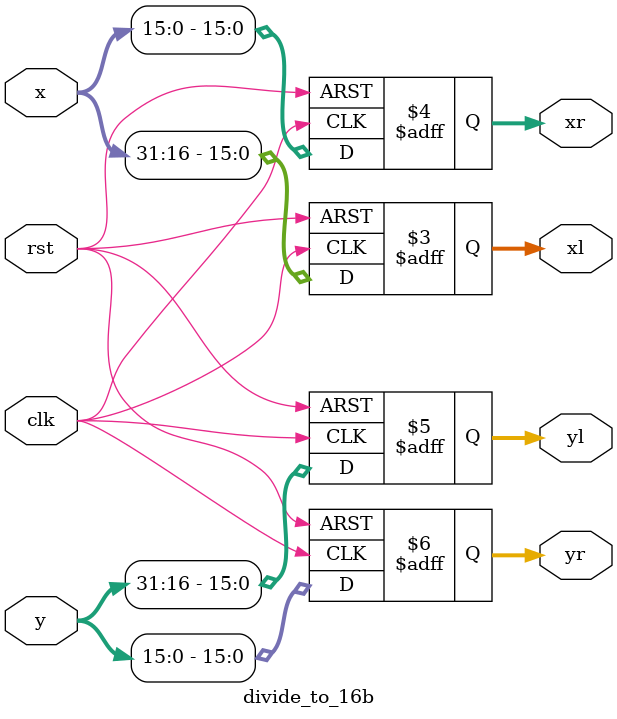
<source format=v>
`timescale 1ns / 1ps


module divide_to_16b(
                    input clk,
                    input rst,
                    input [31:0]x,
                    input [31:0]y,
                    output reg[15:0] xl,
                    output reg[15:0] xr,
                    output reg[15:0] yl,
                    output reg[15:0] yr
    );

        always@(posedge clk or negedge rst)begin
                if(!rst) begin
                    xl <= 0;
                    xr <= 0;
                    yr <= 0;
                    yl <= 0;
                end else begin
                    xl = x[31:16];
                    yl = y[31:16];
                    xr = x[15:0];
                    yr = y[15:0];
                end
            end
endmodule

</source>
